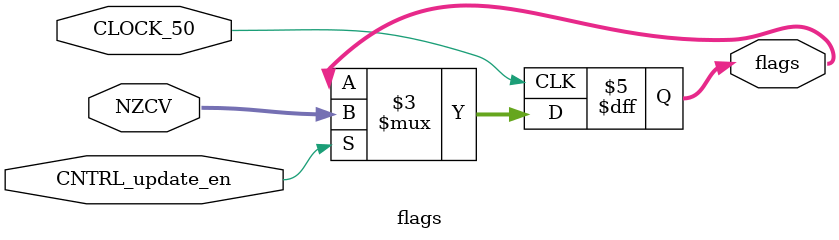
<source format=sv>
module flags(

	input 		          			CLOCK_50,
	input 		      [3:0]  		NZCV,
	input									CNTRL_update_en,
	

	output		reg	[3:0]			flags 		// Negative, Zero, Carry and Overflow flags
);

always @(posedge CLOCK_50)
	begin
		// If updates are enabled write appropriate flags in NZCV
		if(CNTRL_update_en == 1) flags <= NZCV;
	end


endmodule
</source>
